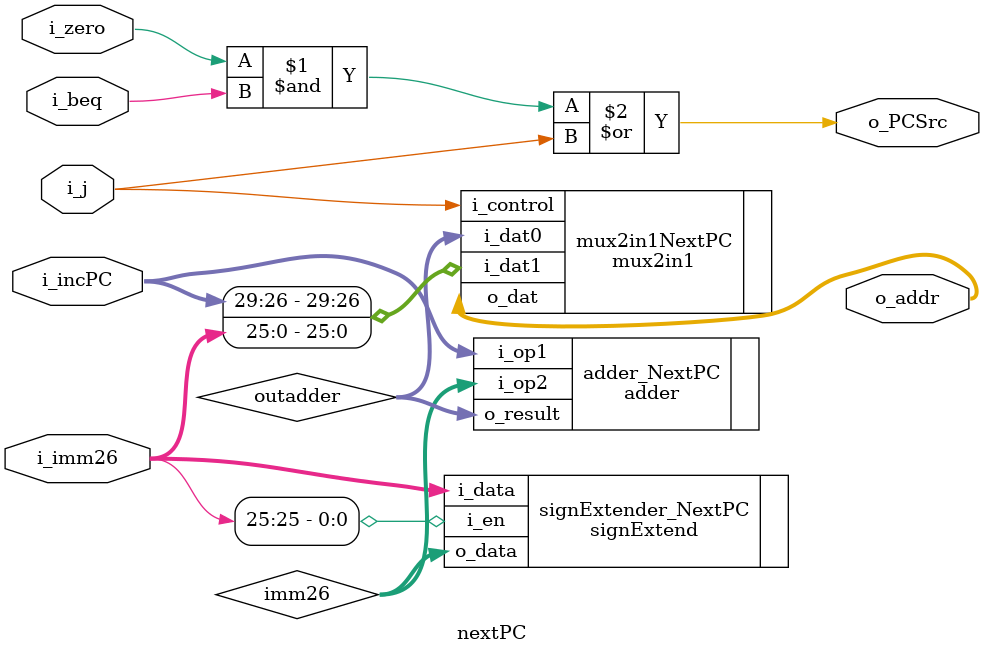
<source format=v>
module nextPC(	i_incPC,
				i_imm26,
				i_zero,
				i_j,
				i_beq,
				o_PCSrc,
				o_addr
				);

parameter WIDTHIMM_INPUT = 26;
parameter WIDTHIMM_OUT = 30;

input [WIDTHIMM_OUT-1:0] i_incPC;
input [WIDTHIMM_INPUT-1:0] i_imm26;
input i_zero, i_j, i_beq;

output  [WIDTHIMM_OUT-1:0] o_addr;
output  o_PCSrc;


wire [WIDTHIMM_OUT-1:0] imm26;
signExtend #(.WISIGNEXTEND(WIDTHIMM_INPUT),.WOSIGNEXTEND(WIDTHIMM_OUT)) signExtender_NextPC(	.i_data(i_imm26),
																								.i_en(i_imm26[25]),
																								.o_data(imm26)
																								);
wire [WIDTHIMM_OUT-1:0] outadder;
adder #(.DATA_WIDTH(WIDTHIMM_OUT)) adder_NextPC (	.i_op1(i_incPC),
													.i_op2(imm26),
													.o_result(outadder)	
													);

mux2in1 #(.WIDTH(WIDTHIMM_OUT))	mux2in1NextPC (	.i_dat0(outadder),
												.i_dat1({i_incPC[29:26],i_imm26}),
												.i_control(i_j),
												.o_dat(o_addr)
												);

assign o_PCSrc = (i_zero & i_beq) | i_j;

endmodule : nextPC
</source>
